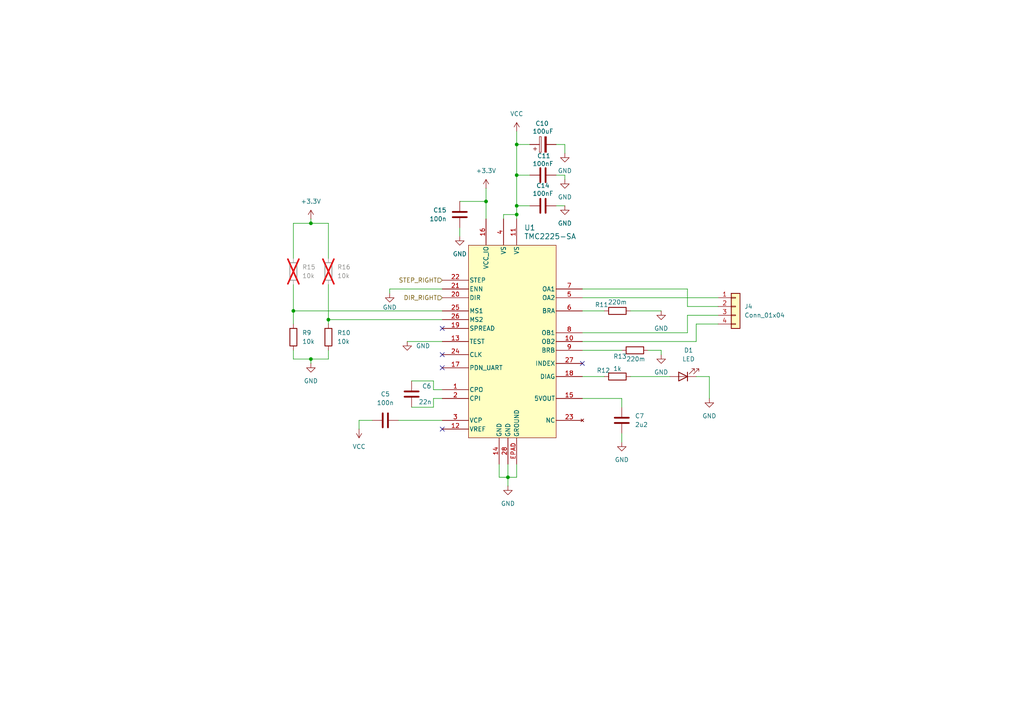
<source format=kicad_sch>
(kicad_sch (version 20250114) (generator "eeschema") (generator_version "9.0")
  (paper "A4")
  (lib_symbols
    (symbol "Connector_Generic:Conn_01x04" (pin_names (offset 1.016) (hide yes))
      (property "Reference" "J" (at 0 5.08 0))
      (property "Value" "Conn_01x04" (at 0 -7.62 0))
      (symbol "Conn_01x04_1_1"
        (rectangle (start -1.27 3.81) (end 1.27 -6.35) (stroke (width 0.254)) (fill (type background)))
        (rectangle (start -1.27 2.667) (end 0 2.413) (stroke (width 0.1524)))
        (rectangle (start -1.27 0.127) (end 0 -0.127) (stroke (width 0.1524)))
        (rectangle (start -1.27 -2.413) (end 0 -2.667) (stroke (width 0.1524)))
        (rectangle (start -1.27 -4.953) (end 0 -5.207) (stroke (width 0.1524)))
        (pin passive line (at -5.08 2.54 0) (length 3.81) (name "Pin_1") (number "1"))
        (pin passive line (at -5.08 0 0) (length 3.81) (name "Pin_2") (number "2"))
        (pin passive line (at -5.08 -2.54 0) (length 3.81) (name "Pin_3") (number "3"))
        (pin passive line (at -5.08 -5.08 0) (length 3.81) (name "Pin_4") (number "4"))
      )
    )
    (symbol "Device:C" (pin_numbers (hide yes)) (pin_names (offset 0.254))
      (property "Reference" "C" (at 0.635 2.54 0))
      (property "Value" "C" (at 0.635 -2.54 0))
      (symbol "C_0_1"
        (polyline (pts (xy -2.032 0.762) (xy 2.032 0.762)) (stroke (width 0.508)))
        (polyline (pts (xy -2.032 -0.762) (xy 2.032 -0.762)) (stroke (width 0.508)))
      )
      (symbol "C_1_1"
        (pin passive line (at 0 3.81 270) (length 2.794) (name "~") (number "1"))
        (pin passive line (at 0 -3.81 90) (length 2.794) (name "~") (number "2"))
      )
    )
    (symbol "Device:C_Polarized" (pin_numbers (hide yes)) (pin_names (offset 0.254))
      (property "Reference" "C" (at 0.635 2.54 0))
      (property "Value" "C_Polarized" (at 0.635 -2.54 0))
      (symbol "C_Polarized_0_1"
        (rectangle (start -2.286 0.508) (end 2.286 1.016))
        (polyline (pts (xy -1.778 2.286) (xy -0.762 2.286)))
        (polyline (pts (xy -1.27 2.794) (xy -1.27 1.778)))
        (rectangle (start 2.286 -0.508) (end -2.286 -1.016) (fill (type outline)))
      )
      (symbol "C_Polarized_1_1"
        (pin passive line (at 0 3.81 270) (length 2.794) (name "~") (number "1"))
        (pin passive line (at 0 -3.81 90) (length 2.794) (name "~") (number "2"))
      )
    )
    (symbol "Device:LED" (pin_numbers (hide yes)) (pin_names (offset 1.016) (hide yes))
      (property "Reference" "D" (at 0 2.54 0))
      (property "Value" "LED" (at 0 -2.54 0))
      (symbol "LED_0_1"
        (polyline (pts (xy -3.048 -0.762) (xy -4.572 -2.286) (xy -3.81 -2.286) (xy -4.572 -2.286) (xy -4.572 -1.524)))
        (polyline (pts (xy -1.778 -0.762) (xy -3.302 -2.286) (xy -2.54 -2.286) (xy -3.302 -2.286) (xy -3.302 -1.524)))
        (polyline (pts (xy -1.27 0) (xy 1.27 0)))
        (polyline (pts (xy -1.27 -1.27) (xy -1.27 1.27)) (stroke (width 0.254)))
        (polyline (pts (xy 1.27 -1.27) (xy 1.27 1.27) (xy -1.27 0) (xy 1.27 -1.27)) (stroke (width 0.254)))
      )
      (symbol "LED_1_1"
        (pin passive line (at -3.81 0 0) (length 2.54) (name "K") (number "1"))
        (pin passive line (at 3.81 0 180) (length 2.54) (name "A") (number "2"))
      )
    )
    (symbol "Device:R" (pin_numbers (hide yes)) (pin_names (offset 0))
      (property "Reference" "R" (at 2.032 0 90))
      (property "Value" "R" (at 0 0 90))
      (symbol "R_0_1"
        (rectangle (start -1.016 -2.54) (end 1.016 2.54) (stroke (width 0.254)))
      )
      (symbol "R_1_1"
        (pin passive line (at 0 3.81 270) (length 1.27) (name "~") (number "1"))
        (pin passive line (at 0 -3.81 90) (length 1.27) (name "~") (number "2"))
      )
    )
    (symbol "TMC2225-SA_2" (pin_names (offset 0.254))
      (property "Reference" "U1" (at 63.1033 119.38 0))
      (property "Value" "TMC2225-SA" (at 63.1033 116.84 0))
      (symbol "TMC2225-SA_2_0_1"
        (pin input line (at 39.37 104.14 0) (length 7.62) (name "STEP") (number "22"))
        (pin input line (at 39.37 101.6 0) (length 7.62) (name "ENN") (number "21"))
        (pin input line (at 39.37 99.06 0) (length 7.62) (name "DIR") (number "20"))
        (pin input line (at 39.37 95.25 0) (length 7.62) (name "MS1") (number "25"))
        (pin input line (at 39.37 92.71 0) (length 7.62) (name "MS2") (number "26"))
        (pin input line (at 39.37 90.17 0) (length 7.62) (name "SPREAD") (number "19"))
        (pin input line (at 39.37 82.55 0) (length 7.62) (name "CLK") (number "24"))
        (pin bidirectional line (at 39.37 78.74 0) (length 7.62) (name "PDN_UART") (number "17"))
        (pin unspecified line (at 39.37 60.96 0) (length 7.62) (name "VREF") (number "12"))
        (pin power_in line (at 52.07 121.92 270) (length 7.62) (name "VCC_IO") (number "16"))
        (pin power_in line (at 57.15 121.92 270) (length 7.62) (name "VS") (number "4"))
        (pin power_in line (at 60.96 121.92 270) (length 7.62) (name "VS") (number "11"))
        (pin output line (at 80.01 80.01 180) (length 7.62) (name "INDEX") (number "27"))
        (pin output line (at 80.01 76.2 180) (length 7.62) (name "DIAG") (number "18"))
        (pin no_connect line (at 80.01 63.5 180) (length 7.62) (name "NC") (number "23"))
      )
      (symbol "TMC2225-SA_2_1_1"
        (rectangle (start 46.99 114.3) (end 72.39 58.42) (fill (type color) (color 255 255 194 1)))
        (pin passive line (at 39.37 86.36 0) (length 7.62) (name "TEST") (number "13"))
        (pin passive line (at 39.37 72.39 0) (length 7.62) (name "CPO") (number "1"))
        (pin passive line (at 39.37 69.85 0) (length 7.62) (name "CPI") (number "2"))
        (pin passive line (at 39.37 63.5 0) (length 7.62) (name "VCP") (number "3"))
        (pin power_in line (at 55.88 50.8 90) (length 7.62) (name "GND") (number "14"))
        (pin power_in line (at 58.42 50.8 90) (length 7.62) (name "GND") (number "28"))
        (pin power_in line (at 60.96 50.8 90) (length 7.62) (name "GROUND") (number "EPAD"))
        (pin output line (at 80.01 101.6 180) (length 7.62) (name "OA1") (number "7"))
        (pin output line (at 80.01 99.06 180) (length 7.62) (name "OA2") (number "5"))
        (pin passive line (at 80.01 95.25 180) (length 7.62) (name "BRA") (number "6"))
        (pin output line (at 80.01 88.9 180) (length 7.62) (name "OB1") (number "8"))
        (pin output line (at 80.01 86.36 180) (length 7.62) (name "OB2") (number "10"))
        (pin passive line (at 80.01 83.82 180) (length 7.62) (name "BRB") (number "9"))
        (pin output line (at 80.01 69.85 180) (length 7.62) (name "5VOUT") (number "15"))
      )
    )
    (symbol "power:+3.3V" (power) (pin_numbers (hide yes)) (pin_names (offset 0) (hide yes))
      (property "Value" "+3.3V" (at 0 3.556 0))
      (symbol "+3.3V_0_1"
        (polyline (pts (xy -0.762 1.27) (xy 0 2.54)))
        (polyline (pts (xy 0 2.54) (xy 0.762 1.27)))
        (polyline (pts (xy 0 0) (xy 0 2.54)))
      )
      (symbol "+3.3V_1_1"
        (pin power_in line (at 0 0 90) (length 0) (name "~") (number "1"))
      )
    )
    (symbol "power:GND" (power) (pin_numbers (hide yes)) (pin_names (offset 0) (hide yes))
      (property "Value" "GND" (at 0 -3.81 0))
      (symbol "GND_0_1"
        (polyline (pts (xy 0 0) (xy 0 -1.27) (xy 1.27 -1.27) (xy 0 -2.54) (xy -1.27 -1.27) (xy 0 -1.27)))
      )
      (symbol "GND_1_1"
        (pin power_in line (at 0 0 270) (length 0) (name "~") (number "1"))
      )
    )
    (symbol "power:VCC" (power) (pin_numbers (hide yes)) (pin_names (offset 0) (hide yes))
      (property "Value" "VCC" (at 0 3.556 0))
      (symbol "VCC_0_1"
        (polyline (pts (xy -0.762 1.27) (xy 0 2.54)))
        (polyline (pts (xy 0 2.54) (xy 0.762 1.27)))
        (polyline (pts (xy 0 0) (xy 0 2.54)))
      )
      (symbol "VCC_1_1"
        (pin power_in line (at 0 0 90) (length 0) (name "~") (number "1"))
      )
    )
  )
  (junction (at 147.32 138.43))
  (junction (at 90.17 64.77))
  (junction (at 149.86 59.69))
  (junction (at 140.97 58.42))
  (junction (at 149.86 50.8))
  (junction (at 149.86 41.91))
  (junction (at 85.09 90.17))
  (junction (at 95.25 92.71))
  (junction (at 90.17 104.14))
  (junction (at 149.86 62.23))
  (no_connect (at 128.27 106.68))
  (no_connect (at 168.91 105.41))
  (no_connect (at 128.27 95.25))
  (no_connect (at 128.27 124.46))
  (no_connect (at 128.27 102.87))
  (wire (pts (xy 140.97 54.61) (xy 140.97 58.42)))
  (wire (pts (xy 144.78 138.43) (xy 147.32 138.43)))
  (wire (pts (xy 118.11 99.06) (xy 128.27 99.06)))
  (wire (pts (xy 85.09 64.77) (xy 90.17 64.77)))
  (wire (pts (xy 199.39 83.82) (xy 199.39 88.9)))
  (wire (pts (xy 147.32 134.62) (xy 147.32 138.43)))
  (wire (pts (xy 182.88 109.22) (xy 194.31 109.22)))
  (wire (pts (xy 115.57 121.92) (xy 128.27 121.92)))
  (wire (pts (xy 95.25 104.14) (xy 90.17 104.14)))
  (wire (pts (xy 201.93 99.06) (xy 201.93 93.98)))
  (wire (pts (xy 85.09 90.17) (xy 128.27 90.17)))
  (wire (pts (xy 125.73 115.57) (xy 125.73 118.11)))
  (wire (pts (xy 85.09 93.98) (xy 85.09 90.17)))
  (wire (pts (xy 205.74 115.57) (xy 205.74 109.22)))
  (wire (pts (xy 201.93 93.98) (xy 208.28 93.98)))
  (wire (pts (xy 119.38 118.11) (xy 125.73 118.11)))
  (wire (pts (xy 119.38 110.49) (xy 125.73 110.49)))
  (wire (pts (xy 133.35 66.04) (xy 133.35 68.58)))
  (wire (pts (xy 149.86 62.23) (xy 149.86 59.69)))
  (wire (pts (xy 113.03 83.82) (xy 113.03 85.09)))
  (wire (pts (xy 146.05 63.5) (xy 146.05 62.23)))
  (wire (pts (xy 168.91 99.06) (xy 201.93 99.06)))
  (wire (pts (xy 125.73 110.49) (xy 125.73 113.03)))
  (wire (pts (xy 140.97 58.42) (xy 140.97 63.5)))
  (wire (pts (xy 199.39 96.52) (xy 199.39 91.44)))
  (wire (pts (xy 90.17 64.77) (xy 90.17 63.5)))
  (wire (pts (xy 168.91 115.57) (xy 180.34 115.57)))
  (wire (pts (xy 168.91 90.17) (xy 175.26 90.17)))
  (wire (pts (xy 95.25 92.71) (xy 95.25 93.98)))
  (wire (pts (xy 205.74 109.22) (xy 201.93 109.22)))
  (wire (pts (xy 149.86 41.91) (xy 153.67 41.91)))
  (wire (pts (xy 133.35 58.42) (xy 140.97 58.42)))
  (wire (pts (xy 199.39 91.44) (xy 208.28 91.44)))
  (wire (pts (xy 95.25 64.77) (xy 95.25 74.93)))
  (wire (pts (xy 147.32 138.43) (xy 149.86 138.43)))
  (wire (pts (xy 187.96 101.6) (xy 191.77 101.6)))
  (wire (pts (xy 149.86 62.23) (xy 149.86 63.5)))
  (wire (pts (xy 149.86 38.1) (xy 149.86 41.91)))
  (wire (pts (xy 85.09 101.6) (xy 85.09 104.14)))
  (wire (pts (xy 168.91 96.52) (xy 199.39 96.52)))
  (wire (pts (xy 85.09 64.77) (xy 85.09 74.93)))
  (wire (pts (xy 149.86 59.69) (xy 153.67 59.69)))
  (wire (pts (xy 107.95 121.92) (xy 104.14 121.92)))
  (wire (pts (xy 147.32 138.43) (xy 147.32 140.97)))
  (wire (pts (xy 163.83 41.91) (xy 163.83 44.45)))
  (wire (pts (xy 168.91 83.82) (xy 199.39 83.82)))
  (wire (pts (xy 180.34 115.57) (xy 180.34 118.11)))
  (wire (pts (xy 95.25 101.6) (xy 95.25 104.14)))
  (wire (pts (xy 149.86 134.62) (xy 149.86 138.43)))
  (wire (pts (xy 85.09 104.14) (xy 90.17 104.14)))
  (wire (pts (xy 161.29 50.8) (xy 163.83 50.8)))
  (wire (pts (xy 180.34 125.73) (xy 180.34 128.27)))
  (wire (pts (xy 161.29 41.91) (xy 163.83 41.91)))
  (wire (pts (xy 128.27 115.57) (xy 125.73 115.57)))
  (wire (pts (xy 104.14 121.92) (xy 104.14 124.46)))
  (wire (pts (xy 161.29 59.69) (xy 163.83 59.69)))
  (wire (pts (xy 168.91 86.36) (xy 208.28 86.36)))
  (wire (pts (xy 95.25 82.55) (xy 95.25 92.71)))
  (wire (pts (xy 182.88 90.17) (xy 191.77 90.17)))
  (wire (pts (xy 149.86 50.8) (xy 153.67 50.8)))
  (wire (pts (xy 168.91 101.6) (xy 180.34 101.6)))
  (wire (pts (xy 149.86 59.69) (xy 149.86 50.8)))
  (wire (pts (xy 168.91 109.22) (xy 175.26 109.22)))
  (wire (pts (xy 90.17 104.14) (xy 90.17 105.41)))
  (wire (pts (xy 90.17 64.77) (xy 95.25 64.77)))
  (wire (pts (xy 149.86 41.91) (xy 149.86 50.8)))
  (wire (pts (xy 163.83 50.8) (xy 163.83 52.07)))
  (wire (pts (xy 95.25 92.71) (xy 128.27 92.71)))
  (wire (pts (xy 199.39 88.9) (xy 208.28 88.9)))
  (wire (pts (xy 125.73 113.03) (xy 128.27 113.03)))
  (wire (pts (xy 85.09 82.55) (xy 85.09 90.17)))
  (wire (pts (xy 128.27 83.82) (xy 113.03 83.82)))
  (wire (pts (xy 144.78 134.62) (xy 144.78 138.43)))
  (wire (pts (xy 146.05 62.23) (xy 149.86 62.23)))
  (wire (pts (xy 191.77 101.6) (xy 191.77 102.87)))
  (hierarchical_label "DIR_RIGHT" (shape input) (at 128.27 86.36 180))
  (hierarchical_label "STEP_RIGHT" (shape input) (at 128.27 81.28 180))
  (symbol (lib_id "power:GND") (at 180.34 128.27 0) (unit 1)
    (property "Reference" "#PWR025" (effects (hide yes)))
    (property "Value" "GND" (at 180.34 133.35 0))
    (property "Description" "Power symbol creates a global label with name \"GND\" , ground" (effects (hide yes)))
  )
  (symbol (lib_id "Device:R") (at 179.07 109.22 90) (unit 1)
    (property "Reference" "R12" (at 175.006 107.442 90))
    (property "Value" "1k" (at 179.07 106.934 90))
    (property "Footprint" "Resistor_SMD:R_0603_1608Metric_Pad0.98x0.95mm_HandSolder" (effects (hide yes)))
    (property "Description" "Resistor" (effects (hide yes)))
  )
  (symbol (lib_id "power:GND") (at 191.77 90.17 0) (unit 1)
    (property "Reference" "#PWR026" (effects (hide yes)))
    (property "Value" "GND" (at 191.77 95.25 0))
    (property "Description" "Power symbol creates a global label with name \"GND\" , ground" (effects (hide yes)))
  )
  (symbol (lib_id "Device:C") (at 119.38 114.3 0) (unit 1)
    (property "Reference" "C6" (at 122.428 112.014 0) (effects (justify left)))
    (property "Value" "22n" (at 121.412 116.586 0) (effects (justify left)))
    (property "Footprint" "Capacitor_SMD:C_0603_1608Metric_Pad1.08x0.95mm_HandSolder" (effects (hide yes)))
    (property "Description" "Unpolarized capacitor" (effects (hide yes)))
  )
  (symbol (lib_id "Device:LED") (at 198.12 109.22 180) (unit 1)
    (property "Reference" "D1" (at 199.7075 101.6 0))
    (property "Value" "LED" (at 199.7075 104.14 0))
    (property "Footprint" "LED_SMD:LED_0603_1608Metric_Pad1.05x0.95mm_HandSolder" (effects (hide yes)))
    (property "Description" "Light emitting diode" (effects (hide yes)))
    (property "Sim.Pins" "1=K 2=A" (effects (hide yes)))
  )
  (symbol (lib_id "Connector_Generic:Conn_01x04") (at 213.36 88.9 0) (unit 1)
    (property "Reference" "J4" (at 215.9 88.8999 0) (effects (justify left)))
    (property "Value" "Conn_01x04" (at 215.9 91.4399 0) (effects (justify left)))
    (property "Description" "Generic connector, single row, 01x04, script generated (kicad-library-utils/schlib/autogen/connector/)" (effects (hide yes)))
  )
  (symbol (lib_id "power:GND") (at 133.35 68.58 0) (unit 1)
    (property "Reference" "#PWR039" (effects (hide yes)))
    (property "Value" "GND" (at 133.35 73.66 0))
    (property "Description" "Power symbol creates a global label with name \"GND\" , ground" (effects (hide yes)))
  )
  (symbol (lib_id "power:+3.3V") (at 140.97 54.61 0) (unit 1)
    (property "Reference" "#PWR022" (effects (hide yes)))
    (property "Value" "+3.3V" (at 140.97 49.53 0))
    (property "Description" "Power symbol creates a global label with name \"+3.3V\"" (effects (hide yes)))
  )
  (symbol (lib_id "Device:C") (at 180.34 121.92 0) (unit 1)
    (property "Reference" "C7" (at 184.15 120.6499 0) (effects (justify left)))
    (property "Value" "2u2" (at 184.15 123.1899 0) (effects (justify left)))
    (property "Footprint" "Capacitor_SMD:C_0603_1608Metric_Pad1.08x0.95mm_HandSolder" (effects (hide yes)))
    (property "Description" "Unpolarized capacitor" (effects (hide yes)))
  )
  (symbol (lib_id "Device:R") (at 95.25 97.79 0) (unit 1)
    (property "Reference" "R10" (at 97.79 96.5199 0) (effects (justify left)))
    (property "Value" "10k" (at 97.79 99.0599 0) (effects (justify left)))
    (property "Footprint" "Resistor_SMD:R_0603_1608Metric_Pad0.98x0.95mm_HandSolder" (effects (hide yes)))
    (property "Description" "Resistor" (effects (hide yes)))
  )
  (symbol (lib_id "power:GND") (at 205.74 115.57 0) (unit 1)
    (property "Reference" "#PWR028" (effects (hide yes)))
    (property "Value" "GND" (at 205.74 120.65 0))
    (property "Description" "Power symbol creates a global label with name \"GND\" , ground" (effects (hide yes)))
  )
  (symbol (lib_id "power:GND") (at 113.03 85.09 0) (unit 1)
    (property "Reference" "#PWR020" (effects (hide yes)))
    (property "Value" "GND" (at 113.03 89.154 0))
    (property "Description" "Power symbol creates a global label with name \"GND\" , ground" (effects (hide yes)))
  )
  (symbol (lib_id "Device:R") (at 95.25 78.74 0) (unit 1) (dnp yes)
    (property "Reference" "R16" (at 97.79 77.4699 0) (effects (justify left)))
    (property "Value" "10k" (at 97.79 80.0099 0) (effects (justify left)))
    (property "Footprint" "Resistor_SMD:R_0603_1608Metric_Pad0.98x0.95mm_HandSolder" (effects (hide yes)))
    (property "Description" "Resistor" (effects (hide yes)))
  )
  (symbol (lib_id "power:GND") (at 118.11 99.06 0) (unit 1)
    (property "Reference" "#PWR021" (effects (hide yes)))
    (property "Value" "GND" (at 120.65 100.3299 0) (effects (justify left)))
    (property "Description" "Power symbol creates a global label with name \"GND\" , ground" (effects (hide yes)))
  )
  (symbol (lib_id "power:GND") (at 147.32 140.97 0) (unit 1)
    (property "Reference" "#PWR023" (effects (hide yes)))
    (property "Value" "GND" (at 147.32 146.05 0))
    (property "Description" "Power symbol creates a global label with name \"GND\" , ground" (effects (hide yes)))
  )
  (symbol (lib_id "power:+3.3V") (at 90.17 63.5 0) (unit 1)
    (property "Reference" "#PWR017" (effects (hide yes)))
    (property "Value" "+3.3V" (at 90.17 58.42 0))
    (property "Description" "Power symbol creates a global label with name \"+3.3V\"" (effects (hide yes)))
  )
  (symbol (lib_id "Device:C") (at 157.48 59.69 90) (unit 1)
    (property "Reference" "C14" (at 157.48 53.848 90))
    (property "Value" "100nF" (at 157.48 56.134 90))
    (property "Footprint" "Capacitor_SMD:C_0603_1608Metric_Pad1.08x0.95mm_HandSolder" (effects (hide yes)))
    (property "Description" "Unpolarized capacitor" (effects (hide yes)))
  )
  (symbol (lib_id "Device:R") (at 85.09 78.74 0) (unit 1) (dnp yes)
    (property "Reference" "R15" (at 87.63 77.4699 0) (effects (justify left)))
    (property "Value" "10k" (at 87.63 80.0099 0) (effects (justify left)))
    (property "Footprint" "Resistor_SMD:R_0603_1608Metric_Pad0.98x0.95mm_HandSolder" (effects (hide yes)))
    (property "Description" "Resistor" (effects (hide yes)))
  )
  (symbol (lib_id "power:GND") (at 191.77 102.87 0) (unit 1)
    (property "Reference" "#PWR027" (effects (hide yes)))
    (property "Value" "GND" (at 191.77 107.95 0))
    (property "Description" "Power symbol creates a global label with name \"GND\" , ground" (effects (hide yes)))
  )
  (symbol (lib_id "power:GND") (at 163.83 44.45 0) (unit 1)
    (property "Reference" "#PWR035" (effects (hide yes)))
    (property "Value" "GND" (at 163.83 49.53 0))
    (property "Description" "Power symbol creates a global label with name \"GND\" , ground" (effects (hide yes)))
  )
  (symbol (lib_name "TMC2225-SA_2") (lib_id "2026-01-21_07-36-40:TMC2225-SA") (at 88.9 185.42 0) (unit 1)
    (property "Reference" "U1" (at 152.0033 66.04 0) (effects (font (size 1.524 1.524)) (justify left)))
    (property "Value" "TMC2225-SA" (at 152.0033 68.58 0) (effects (font (size 1.524 1.524)) (justify left)))
    (property "Datasheet" "TMC2225-SA" (effects (hide yes)))
  )
  (symbol (lib_id "power:GND") (at 163.83 52.07 0) (unit 1)
    (property "Reference" "#PWR037" (effects (hide yes)))
    (property "Value" "GND" (at 163.83 57.15 0))
    (property "Description" "Power symbol creates a global label with name \"GND\" , ground" (effects (hide yes)))
  )
  (symbol (lib_id "Device:C_Polarized") (at 157.48 41.91 90) (unit 1)
    (property "Reference" "C10" (at 157.226 35.814 90))
    (property "Value" "100uF" (at 157.48 38.1 90))
    (property "Description" "Polarized capacitor" (effects (hide yes)))
  )
  (symbol (lib_id "power:VCC") (at 104.14 124.46 180) (unit 1)
    (property "Reference" "#PWR019" (effects (hide yes)))
    (property "Value" "VCC" (at 104.14 129.54 0))
    (property "Description" "Power symbol creates a global label with name \"VCC\"" (effects (hide yes)))
  )
  (symbol (lib_id "Device:R") (at 179.07 90.17 90) (mirror x) (unit 1)
    (property "Reference" "R11" (at 174.498 88.392 90))
    (property "Value" "220m" (at 179.07 87.63 90))
    (property "Footprint" "Resistor_SMD:R_1206_3216Metric_Pad1.30x1.75mm_HandSolder" (effects (hide yes)))
    (property "Description" "Resistor" (effects (hide yes)))
  )
  (symbol (lib_id "Device:R") (at 85.09 97.79 0) (unit 1)
    (property "Reference" "R9" (at 87.63 96.5199 0) (effects (justify left)))
    (property "Value" "10k" (at 87.63 99.0599 0) (effects (justify left)))
    (property "Footprint" "Resistor_SMD:R_0603_1608Metric_Pad0.98x0.95mm_HandSolder" (effects (hide yes)))
    (property "Description" "Resistor" (effects (hide yes)))
  )
  (symbol (lib_id "Device:C") (at 157.48 50.8 90) (unit 1)
    (property "Reference" "C11" (at 157.734 45.212 90))
    (property "Value" "100nF" (at 157.48 47.498 90))
    (property "Footprint" "Capacitor_SMD:C_0603_1608Metric_Pad1.08x0.95mm_HandSolder" (effects (hide yes)))
    (property "Description" "Unpolarized capacitor" (effects (hide yes)))
  )
  (symbol (lib_id "power:VCC") (at 149.86 38.1 0) (unit 1)
    (property "Reference" "#PWR024" (effects (hide yes)))
    (property "Value" "VCC" (at 149.86 33.02 0))
    (property "Description" "Power symbol creates a global label with name \"VCC\"" (effects (hide yes)))
  )
  (symbol (lib_id "Device:C") (at 133.35 62.23 0) (mirror x) (unit 1)
    (property "Reference" "C15" (at 129.54 60.9599 0) (effects (justify right)))
    (property "Value" "100n" (at 129.54 63.4999 0) (effects (justify right)))
    (property "Footprint" "Capacitor_SMD:C_0603_1608Metric_Pad1.08x0.95mm_HandSolder" (effects (hide yes)))
    (property "Description" "Unpolarized capacitor" (effects (hide yes)))
  )
  (symbol (lib_id "power:GND") (at 90.17 105.41 0) (unit 1)
    (property "Reference" "#PWR018" (effects (hide yes)))
    (property "Value" "GND" (at 90.17 110.49 0))
    (property "Description" "Power symbol creates a global label with name \"GND\" , ground" (effects (hide yes)))
  )
  (symbol (lib_id "Device:R") (at 184.15 101.6 90) (unit 1)
    (property "Reference" "R13" (at 179.832 103.378 90))
    (property "Value" "220m" (at 184.404 104.14 90))
    (property "Footprint" "Resistor_SMD:R_1206_3216Metric_Pad1.30x1.75mm_HandSolder" (effects (hide yes)))
    (property "Description" "Resistor" (effects (hide yes)))
  )
  (symbol (lib_id "Device:C") (at 111.76 121.92 90) (unit 1)
    (property "Reference" "C5" (at 111.76 114.3 90))
    (property "Value" "100n" (at 111.76 116.84 90))
    (property "Footprint" "Capacitor_SMD:C_0603_1608Metric_Pad1.08x0.95mm_HandSolder" (effects (hide yes)))
    (property "Description" "Unpolarized capacitor" (effects (hide yes)))
  )
  (symbol (lib_id "power:GND") (at 163.83 59.69 0) (unit 1)
    (property "Reference" "#PWR038" (effects (hide yes)))
    (property "Value" "GND" (at 163.83 64.77 0))
    (property "Description" "Power symbol creates a global label with name \"GND\" , ground" (effects (hide yes)))
  )
)
</source>
